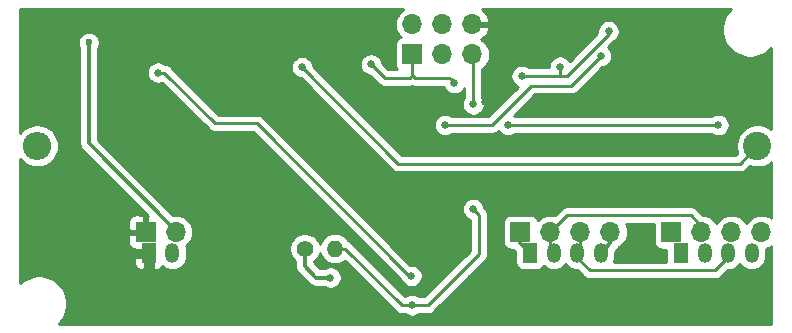
<source format=gbl>
G04 #@! TF.GenerationSoftware,KiCad,Pcbnew,(5.1.0)-1*
G04 #@! TF.CreationDate,2019-06-25T11:49:38+01:00*
G04 #@! TF.ProjectId,BMS_Cell_Module,424d535f-4365-46c6-9c5f-4d6f64756c65,3.0*
G04 #@! TF.SameCoordinates,Original*
G04 #@! TF.FileFunction,Copper,L2,Bot*
G04 #@! TF.FilePolarity,Positive*
%FSLAX46Y46*%
G04 Gerber Fmt 4.6, Leading zero omitted, Abs format (unit mm)*
G04 Created by KiCad (PCBNEW (5.1.0)-1) date 2019-06-25 11:49:38*
%MOMM*%
%LPD*%
G04 APERTURE LIST*
%ADD10O,2.400000X2.400000*%
%ADD11C,2.400000*%
%ADD12R,1.700000X1.700000*%
%ADD13O,1.700000X1.700000*%
%ADD14R,1.200000X1.700000*%
%ADD15O,1.200000X1.700000*%
%ADD16C,1.400000*%
%ADD17O,1.400000X1.400000*%
%ADD18C,0.650000*%
%ADD19C,0.600000*%
%ADD20C,0.350000*%
%ADD21C,0.250000*%
%ADD22C,0.254000*%
G04 APERTURE END LIST*
D10*
X110640000Y-83250000D03*
D11*
X171600000Y-83250000D03*
D12*
X164325000Y-90550000D03*
D13*
X166865000Y-90550000D03*
X169405000Y-90550000D03*
X171945000Y-90550000D03*
D14*
X152350000Y-92300000D03*
D15*
X154350000Y-92300000D03*
X156350000Y-92300000D03*
X158350000Y-92300000D03*
D14*
X165129762Y-92300000D03*
D15*
X167129762Y-92300000D03*
X169129762Y-92300000D03*
X171129762Y-92300000D03*
D12*
X142400000Y-75500000D03*
D13*
X142400000Y-72960000D03*
X144940000Y-75500000D03*
X144940000Y-72960000D03*
X147480000Y-75500000D03*
X147480000Y-72960000D03*
D16*
X133275000Y-91950000D03*
D17*
X135815000Y-91950000D03*
D14*
X120075000Y-92300000D03*
D15*
X122075000Y-92300000D03*
D13*
X159160000Y-90550000D03*
X156620000Y-90550000D03*
X154080000Y-90550000D03*
D12*
X151540000Y-90550000D03*
D13*
X122340000Y-90550000D03*
D12*
X119800000Y-90550000D03*
D18*
X117500000Y-79500000D03*
X117500000Y-83250000D03*
X117500000Y-87000000D03*
X122500000Y-79500000D03*
X122500000Y-87000000D03*
X122500000Y-83250000D03*
X127500000Y-79500000D03*
X127500000Y-83250000D03*
X127500000Y-87000000D03*
X132500000Y-83250000D03*
X132500000Y-79500000D03*
X137500000Y-79500000D03*
X137500000Y-83250000D03*
X137500000Y-87000000D03*
X143000000Y-83250000D03*
X143000000Y-87000000D03*
X143000000Y-79500000D03*
X148500000Y-83250000D03*
X148500000Y-87000000D03*
X148500000Y-79500000D03*
X153650000Y-83250000D03*
X153650000Y-87000000D03*
X153650000Y-79500000D03*
X159150000Y-83250000D03*
X159150000Y-87000000D03*
X159150000Y-79500000D03*
X164675000Y-83250000D03*
X164675000Y-87000000D03*
X132500000Y-87000000D03*
X128800000Y-96000000D03*
X134550000Y-98050000D03*
X160000000Y-92850000D03*
X147375000Y-94475000D03*
X164675000Y-79500000D03*
X148250000Y-97550000D03*
D19*
X169950000Y-78690000D03*
X170620000Y-77960000D03*
D18*
X127900000Y-91950000D03*
X139400000Y-96000000D03*
X152000000Y-73500000D03*
X150750000Y-73500000D03*
X153000000Y-73500000D03*
X135450000Y-94400000D03*
D19*
X115000000Y-74500000D03*
D18*
X120850000Y-77050000D03*
X142300000Y-94250000D03*
X138900000Y-76350000D03*
X145950000Y-77949994D03*
X145150000Y-81500000D03*
X158350000Y-75650000D03*
X150475000Y-81500000D03*
X168300000Y-81500000D03*
X133050000Y-76600000D03*
X159000000Y-73550000D03*
X151650000Y-77350000D03*
X154900000Y-76550000D03*
X142350000Y-96750000D03*
X147550000Y-79750000D03*
X147550000Y-88600000D03*
D20*
X133275000Y-93425000D02*
X133275000Y-91950000D01*
X135450000Y-94400000D02*
X134250000Y-94400000D01*
X134250000Y-94400000D02*
X133275000Y-93425000D01*
X122340000Y-92010000D02*
X122075000Y-92275000D01*
X122340000Y-90265000D02*
X122340000Y-90525000D01*
X115000000Y-74924264D02*
X115000000Y-74500000D01*
X115000000Y-83050000D02*
X115000000Y-74924264D01*
X122215000Y-90265000D02*
X115000000Y-83050000D01*
D21*
X142100000Y-94250000D02*
X142300000Y-94250000D01*
X129200000Y-81350000D02*
X142100000Y-94250000D01*
X125700000Y-81350000D02*
X129200000Y-81350000D01*
X120850000Y-77050000D02*
X121400000Y-77050000D01*
X121400000Y-77050000D02*
X125700000Y-81350000D01*
D20*
X151540000Y-91490000D02*
X152350000Y-92300000D01*
X151540000Y-90550000D02*
X151540000Y-91490000D01*
D21*
X154080000Y-92030000D02*
X154350000Y-92300000D01*
X154080000Y-90550000D02*
X154080000Y-92030000D01*
X166865000Y-90015000D02*
X166865000Y-90550000D01*
X165975000Y-89125000D02*
X166865000Y-90015000D01*
X154080000Y-90550000D02*
X155505000Y-89125000D01*
X155505000Y-89125000D02*
X165975000Y-89125000D01*
X156620000Y-92030000D02*
X156350000Y-92300000D01*
X156620000Y-90550000D02*
X156620000Y-92030000D01*
X156350000Y-92750000D02*
X156350000Y-92300000D01*
X157400000Y-93800000D02*
X156350000Y-92750000D01*
X168000000Y-93800000D02*
X157400000Y-93800000D01*
X169129762Y-92029762D02*
X169129762Y-92670238D01*
X169129762Y-92670238D02*
X168000000Y-93800000D01*
D20*
X159160000Y-91490000D02*
X158350000Y-92300000D01*
X159160000Y-90550000D02*
X159160000Y-91490000D01*
D21*
X145625001Y-77624995D02*
X145950000Y-77949994D01*
X145500006Y-77500000D02*
X145625001Y-77624995D01*
X142400000Y-77250000D02*
X142650000Y-77500000D01*
X142650000Y-77500000D02*
X145500006Y-77500000D01*
X140050000Y-77500000D02*
X138900000Y-76350000D01*
X142400000Y-77250000D02*
X142150000Y-77500000D01*
X142150000Y-77500000D02*
X140050000Y-77500000D01*
X142400000Y-75500000D02*
X142400000Y-77250000D01*
X149125000Y-81500000D02*
X145150000Y-81500000D01*
X152475000Y-78150000D02*
X149125000Y-81500000D01*
X158350000Y-75650000D02*
X155850000Y-78150000D01*
X155850000Y-78150000D02*
X152475000Y-78150000D01*
X150475000Y-81500000D02*
X168300000Y-81500000D01*
X170100000Y-84750000D02*
X171600000Y-83250000D01*
X133050000Y-76600000D02*
X141200000Y-84750000D01*
X141200000Y-84750000D02*
X170100000Y-84750000D01*
X158950000Y-73600000D02*
X159000000Y-73550000D01*
X154900000Y-76550000D02*
X154900000Y-77350000D01*
X155450000Y-77350000D02*
X154900000Y-77350000D01*
X159000000Y-73550000D02*
X159000000Y-73800000D01*
X159000000Y-73800000D02*
X155450000Y-77350000D01*
X154900000Y-77350000D02*
X151650000Y-77350000D01*
X136700000Y-91950000D02*
X135815000Y-91950000D01*
X142350000Y-96750000D02*
X141500000Y-96750000D01*
X141500000Y-96750000D02*
X136700000Y-91950000D01*
X143700000Y-96750000D02*
X142350000Y-96750000D01*
X148025000Y-92425000D02*
X143700000Y-96750000D01*
X147550000Y-88600000D02*
X148025000Y-89075000D01*
X148025000Y-89075000D02*
X148025000Y-92425000D01*
X147550000Y-75570000D02*
X147480000Y-75500000D01*
X147550000Y-79750000D02*
X147550000Y-75570000D01*
D22*
G36*
X141575453Y-71725978D02*
G01*
X141350550Y-71910550D01*
X141165978Y-72135453D01*
X141028828Y-72392042D01*
X140944371Y-72670457D01*
X140915854Y-72960000D01*
X140944371Y-73249543D01*
X141028828Y-73527958D01*
X141165978Y-73784547D01*
X141350550Y-74009450D01*
X141391332Y-74042919D01*
X141308897Y-74067925D01*
X141199972Y-74126147D01*
X141104499Y-74204499D01*
X141026147Y-74299972D01*
X140967925Y-74408897D01*
X140932073Y-74527087D01*
X140919967Y-74650000D01*
X140919967Y-76350000D01*
X140932073Y-76472913D01*
X140967925Y-76591103D01*
X141026147Y-76700028D01*
X141065516Y-76748000D01*
X140361488Y-76748000D01*
X139847599Y-76234111D01*
X139815415Y-76072312D01*
X139743651Y-75899059D01*
X139639466Y-75743136D01*
X139506864Y-75610534D01*
X139350941Y-75506349D01*
X139177688Y-75434585D01*
X138993764Y-75398000D01*
X138806236Y-75398000D01*
X138622312Y-75434585D01*
X138449059Y-75506349D01*
X138293136Y-75610534D01*
X138160534Y-75743136D01*
X138056349Y-75899059D01*
X137984585Y-76072312D01*
X137948000Y-76256236D01*
X137948000Y-76443764D01*
X137984585Y-76627688D01*
X138056349Y-76800941D01*
X138160534Y-76956864D01*
X138293136Y-77089466D01*
X138449059Y-77193651D01*
X138622312Y-77265415D01*
X138784111Y-77297599D01*
X139492133Y-78005621D01*
X139515683Y-78034317D01*
X139630190Y-78128290D01*
X139760830Y-78198118D01*
X139902582Y-78241119D01*
X140013062Y-78252000D01*
X140013064Y-78252000D01*
X140050000Y-78255638D01*
X140086935Y-78252000D01*
X142113065Y-78252000D01*
X142150000Y-78255638D01*
X142186935Y-78252000D01*
X142186938Y-78252000D01*
X142297418Y-78241119D01*
X142400000Y-78210000D01*
X142502582Y-78241119D01*
X142613062Y-78252000D01*
X142613064Y-78252000D01*
X142649999Y-78255638D01*
X142686935Y-78252000D01*
X145044658Y-78252000D01*
X145106349Y-78400935D01*
X145210534Y-78556858D01*
X145343136Y-78689460D01*
X145499059Y-78793645D01*
X145672312Y-78865409D01*
X145856236Y-78901994D01*
X146043764Y-78901994D01*
X146227688Y-78865409D01*
X146400941Y-78793645D01*
X146556864Y-78689460D01*
X146689466Y-78556858D01*
X146793651Y-78400935D01*
X146798000Y-78390435D01*
X146798000Y-79161894D01*
X146706349Y-79299059D01*
X146634585Y-79472312D01*
X146598000Y-79656236D01*
X146598000Y-79843764D01*
X146634585Y-80027688D01*
X146706349Y-80200941D01*
X146810534Y-80356864D01*
X146943136Y-80489466D01*
X147099059Y-80593651D01*
X147272312Y-80665415D01*
X147456236Y-80702000D01*
X147643764Y-80702000D01*
X147827688Y-80665415D01*
X148000941Y-80593651D01*
X148156864Y-80489466D01*
X148289466Y-80356864D01*
X148393651Y-80200941D01*
X148465415Y-80027688D01*
X148502000Y-79843764D01*
X148502000Y-79656236D01*
X148465415Y-79472312D01*
X148393651Y-79299059D01*
X148302000Y-79161894D01*
X148302000Y-76735383D01*
X148304547Y-76734022D01*
X148529450Y-76549450D01*
X148714022Y-76324547D01*
X148851172Y-76067958D01*
X148935629Y-75789543D01*
X148964146Y-75500000D01*
X148935629Y-75210457D01*
X148851172Y-74932042D01*
X148714022Y-74675453D01*
X148529450Y-74450550D01*
X148304547Y-74265978D01*
X148243423Y-74233307D01*
X148246920Y-74231641D01*
X148480269Y-74057588D01*
X148675178Y-73841355D01*
X148824157Y-73591252D01*
X148921481Y-73316891D01*
X148800814Y-73087000D01*
X147607000Y-73087000D01*
X147607000Y-73107000D01*
X147353000Y-73107000D01*
X147353000Y-73087000D01*
X147333000Y-73087000D01*
X147333000Y-72833000D01*
X147353000Y-72833000D01*
X147353000Y-72813000D01*
X147607000Y-72813000D01*
X147607000Y-72833000D01*
X148800814Y-72833000D01*
X148921481Y-72603109D01*
X148824157Y-72328748D01*
X148675178Y-72078645D01*
X148480269Y-71862412D01*
X148265208Y-71702000D01*
X169336415Y-71702000D01*
X169153664Y-71884751D01*
X168893530Y-72274068D01*
X168714347Y-72706655D01*
X168623000Y-73165886D01*
X168623000Y-73634114D01*
X168714347Y-74093345D01*
X168893530Y-74525932D01*
X169153664Y-74915249D01*
X169484751Y-75246336D01*
X169874068Y-75506470D01*
X170306655Y-75685653D01*
X170765886Y-75777000D01*
X171234114Y-75777000D01*
X171693345Y-75685653D01*
X172125932Y-75506470D01*
X172515249Y-75246336D01*
X172798001Y-74963584D01*
X172798001Y-81864232D01*
X172764645Y-81830876D01*
X172465409Y-81630934D01*
X172132916Y-81493211D01*
X171779944Y-81423000D01*
X171420056Y-81423000D01*
X171067084Y-81493211D01*
X170734591Y-81630934D01*
X170435355Y-81830876D01*
X170180876Y-82085355D01*
X169980934Y-82384591D01*
X169843211Y-82717084D01*
X169773000Y-83070056D01*
X169773000Y-83429944D01*
X169843211Y-83782916D01*
X169890187Y-83896325D01*
X169788512Y-83998000D01*
X141511488Y-83998000D01*
X138919724Y-81406236D01*
X144198000Y-81406236D01*
X144198000Y-81593764D01*
X144234585Y-81777688D01*
X144306349Y-81950941D01*
X144410534Y-82106864D01*
X144543136Y-82239466D01*
X144699059Y-82343651D01*
X144872312Y-82415415D01*
X145056236Y-82452000D01*
X145243764Y-82452000D01*
X145427688Y-82415415D01*
X145600941Y-82343651D01*
X145738106Y-82252000D01*
X149088065Y-82252000D01*
X149125000Y-82255638D01*
X149161935Y-82252000D01*
X149161938Y-82252000D01*
X149272418Y-82241119D01*
X149414170Y-82198118D01*
X149544810Y-82128290D01*
X149659317Y-82034317D01*
X149674609Y-82015684D01*
X149735534Y-82106864D01*
X149868136Y-82239466D01*
X150024059Y-82343651D01*
X150197312Y-82415415D01*
X150381236Y-82452000D01*
X150568764Y-82452000D01*
X150752688Y-82415415D01*
X150925941Y-82343651D01*
X151063106Y-82252000D01*
X167711894Y-82252000D01*
X167849059Y-82343651D01*
X168022312Y-82415415D01*
X168206236Y-82452000D01*
X168393764Y-82452000D01*
X168577688Y-82415415D01*
X168750941Y-82343651D01*
X168906864Y-82239466D01*
X169039466Y-82106864D01*
X169143651Y-81950941D01*
X169215415Y-81777688D01*
X169252000Y-81593764D01*
X169252000Y-81406236D01*
X169215415Y-81222312D01*
X169143651Y-81049059D01*
X169039466Y-80893136D01*
X168906864Y-80760534D01*
X168750941Y-80656349D01*
X168577688Y-80584585D01*
X168393764Y-80548000D01*
X168206236Y-80548000D01*
X168022312Y-80584585D01*
X167849059Y-80656349D01*
X167711894Y-80748000D01*
X151063106Y-80748000D01*
X150989602Y-80698886D01*
X152786489Y-78902000D01*
X155813065Y-78902000D01*
X155850000Y-78905638D01*
X155886935Y-78902000D01*
X155886938Y-78902000D01*
X155997418Y-78891119D01*
X156139170Y-78848118D01*
X156269810Y-78778290D01*
X156384317Y-78684317D01*
X156407867Y-78655621D01*
X158465890Y-76597599D01*
X158627688Y-76565415D01*
X158800941Y-76493651D01*
X158956864Y-76389466D01*
X159089466Y-76256864D01*
X159193651Y-76100941D01*
X159265415Y-75927688D01*
X159302000Y-75743764D01*
X159302000Y-75556236D01*
X159265415Y-75372312D01*
X159193651Y-75199059D01*
X159089466Y-75043136D01*
X158956864Y-74910534D01*
X158954521Y-74908968D01*
X159505626Y-74357863D01*
X159510554Y-74353818D01*
X159606864Y-74289466D01*
X159739466Y-74156864D01*
X159843651Y-74000941D01*
X159915415Y-73827688D01*
X159952000Y-73643764D01*
X159952000Y-73456236D01*
X159915415Y-73272312D01*
X159843651Y-73099059D01*
X159739466Y-72943136D01*
X159606864Y-72810534D01*
X159450941Y-72706349D01*
X159277688Y-72634585D01*
X159093764Y-72598000D01*
X158906236Y-72598000D01*
X158722312Y-72634585D01*
X158549059Y-72706349D01*
X158393136Y-72810534D01*
X158260534Y-72943136D01*
X158156349Y-73099059D01*
X158084585Y-73272312D01*
X158048000Y-73456236D01*
X158048000Y-73643764D01*
X158055424Y-73681087D01*
X155701114Y-76035398D01*
X155639466Y-75943136D01*
X155506864Y-75810534D01*
X155350941Y-75706349D01*
X155177688Y-75634585D01*
X154993764Y-75598000D01*
X154806236Y-75598000D01*
X154622312Y-75634585D01*
X154449059Y-75706349D01*
X154293136Y-75810534D01*
X154160534Y-75943136D01*
X154056349Y-76099059D01*
X153984585Y-76272312D01*
X153948000Y-76456236D01*
X153948000Y-76598000D01*
X152238106Y-76598000D01*
X152100941Y-76506349D01*
X151927688Y-76434585D01*
X151743764Y-76398000D01*
X151556236Y-76398000D01*
X151372312Y-76434585D01*
X151199059Y-76506349D01*
X151043136Y-76610534D01*
X150910534Y-76743136D01*
X150806349Y-76899059D01*
X150734585Y-77072312D01*
X150698000Y-77256236D01*
X150698000Y-77443764D01*
X150734585Y-77627688D01*
X150806349Y-77800941D01*
X150910534Y-77956864D01*
X151043136Y-78089466D01*
X151199059Y-78193651D01*
X151318419Y-78243092D01*
X148813512Y-80748000D01*
X145738106Y-80748000D01*
X145600941Y-80656349D01*
X145427688Y-80584585D01*
X145243764Y-80548000D01*
X145056236Y-80548000D01*
X144872312Y-80584585D01*
X144699059Y-80656349D01*
X144543136Y-80760534D01*
X144410534Y-80893136D01*
X144306349Y-81049059D01*
X144234585Y-81222312D01*
X144198000Y-81406236D01*
X138919724Y-81406236D01*
X133997599Y-76484111D01*
X133965415Y-76322312D01*
X133893651Y-76149059D01*
X133789466Y-75993136D01*
X133656864Y-75860534D01*
X133500941Y-75756349D01*
X133327688Y-75684585D01*
X133143764Y-75648000D01*
X132956236Y-75648000D01*
X132772312Y-75684585D01*
X132599059Y-75756349D01*
X132443136Y-75860534D01*
X132310534Y-75993136D01*
X132206349Y-76149059D01*
X132134585Y-76322312D01*
X132098000Y-76506236D01*
X132098000Y-76693764D01*
X132134585Y-76877688D01*
X132206349Y-77050941D01*
X132310534Y-77206864D01*
X132443136Y-77339466D01*
X132599059Y-77443651D01*
X132772312Y-77515415D01*
X132934111Y-77547599D01*
X140642133Y-85255621D01*
X140665683Y-85284317D01*
X140780190Y-85378290D01*
X140910830Y-85448118D01*
X141052582Y-85491119D01*
X141163062Y-85502000D01*
X141163064Y-85502000D01*
X141200000Y-85505638D01*
X141236935Y-85502000D01*
X170063065Y-85502000D01*
X170100000Y-85505638D01*
X170136935Y-85502000D01*
X170136938Y-85502000D01*
X170247418Y-85491119D01*
X170389170Y-85448118D01*
X170519810Y-85378290D01*
X170634317Y-85284317D01*
X170657867Y-85255621D01*
X170953675Y-84959813D01*
X171067084Y-85006789D01*
X171420056Y-85077000D01*
X171779944Y-85077000D01*
X172132916Y-85006789D01*
X172465409Y-84869066D01*
X172764645Y-84669124D01*
X172798001Y-84635768D01*
X172798000Y-89339329D01*
X172769547Y-89315978D01*
X172512958Y-89178828D01*
X172234543Y-89094371D01*
X172017556Y-89073000D01*
X171872444Y-89073000D01*
X171655457Y-89094371D01*
X171377042Y-89178828D01*
X171120453Y-89315978D01*
X170895550Y-89500550D01*
X170710978Y-89725453D01*
X170675000Y-89792763D01*
X170639022Y-89725453D01*
X170454450Y-89500550D01*
X170229547Y-89315978D01*
X169972958Y-89178828D01*
X169694543Y-89094371D01*
X169477556Y-89073000D01*
X169332444Y-89073000D01*
X169115457Y-89094371D01*
X168837042Y-89178828D01*
X168580453Y-89315978D01*
X168355550Y-89500550D01*
X168170978Y-89725453D01*
X168135000Y-89792763D01*
X168099022Y-89725453D01*
X167914450Y-89500550D01*
X167689547Y-89315978D01*
X167432958Y-89178828D01*
X167154543Y-89094371D01*
X166991834Y-89078346D01*
X166532867Y-88619379D01*
X166509317Y-88590683D01*
X166394810Y-88496710D01*
X166264170Y-88426882D01*
X166122418Y-88383881D01*
X166011938Y-88373000D01*
X166011935Y-88373000D01*
X165975000Y-88369362D01*
X165938065Y-88373000D01*
X155541935Y-88373000D01*
X155504999Y-88369362D01*
X155468064Y-88373000D01*
X155468062Y-88373000D01*
X155357582Y-88383881D01*
X155215830Y-88426882D01*
X155155017Y-88459387D01*
X155085189Y-88496710D01*
X155073582Y-88506236D01*
X154970683Y-88590683D01*
X154947137Y-88619374D01*
X154448261Y-89118250D01*
X154369543Y-89094371D01*
X154152556Y-89073000D01*
X154007444Y-89073000D01*
X153790457Y-89094371D01*
X153512042Y-89178828D01*
X153255453Y-89315978D01*
X153030550Y-89500550D01*
X152997081Y-89541332D01*
X152972075Y-89458897D01*
X152913853Y-89349972D01*
X152835501Y-89254499D01*
X152740028Y-89176147D01*
X152631103Y-89117925D01*
X152512913Y-89082073D01*
X152390000Y-89069967D01*
X150690000Y-89069967D01*
X150567087Y-89082073D01*
X150448897Y-89117925D01*
X150339972Y-89176147D01*
X150244499Y-89254499D01*
X150166147Y-89349972D01*
X150107925Y-89458897D01*
X150072073Y-89577087D01*
X150059967Y-89700000D01*
X150059967Y-91400000D01*
X150072073Y-91522913D01*
X150107925Y-91641103D01*
X150166147Y-91750028D01*
X150244499Y-91845501D01*
X150339972Y-91923853D01*
X150448897Y-91982075D01*
X150567087Y-92017927D01*
X150690000Y-92030033D01*
X150945693Y-92030033D01*
X150970158Y-92059843D01*
X151000757Y-92084955D01*
X151119967Y-92204165D01*
X151119967Y-93150000D01*
X151132073Y-93272913D01*
X151167925Y-93391103D01*
X151226147Y-93500028D01*
X151304499Y-93595501D01*
X151399972Y-93673853D01*
X151508897Y-93732075D01*
X151627087Y-93767927D01*
X151750000Y-93780033D01*
X152950000Y-93780033D01*
X153072913Y-93767927D01*
X153191103Y-93732075D01*
X153300028Y-93673853D01*
X153395501Y-93595501D01*
X153473853Y-93500028D01*
X153504232Y-93443194D01*
X153665018Y-93575149D01*
X153878177Y-93689084D01*
X154109467Y-93759245D01*
X154350000Y-93782936D01*
X154590534Y-93759245D01*
X154821824Y-93689084D01*
X155034983Y-93575149D01*
X155221817Y-93421817D01*
X155350001Y-93265626D01*
X155478184Y-93421817D01*
X155665018Y-93575149D01*
X155878177Y-93689084D01*
X156109467Y-93759245D01*
X156316110Y-93779598D01*
X156842137Y-94305626D01*
X156865683Y-94334317D01*
X156894374Y-94357863D01*
X156980189Y-94428290D01*
X157050017Y-94465613D01*
X157110830Y-94498118D01*
X157252582Y-94541119D01*
X157363062Y-94552000D01*
X157363064Y-94552000D01*
X157399999Y-94555638D01*
X157436935Y-94552000D01*
X167963065Y-94552000D01*
X168000000Y-94555638D01*
X168036935Y-94552000D01*
X168036938Y-94552000D01*
X168147418Y-94541119D01*
X168289170Y-94498118D01*
X168419810Y-94428290D01*
X168534317Y-94334317D01*
X168557867Y-94305621D01*
X169084965Y-93778524D01*
X169129762Y-93782936D01*
X169370296Y-93759245D01*
X169601586Y-93689084D01*
X169814745Y-93575149D01*
X170001579Y-93421817D01*
X170129763Y-93265626D01*
X170257946Y-93421817D01*
X170444780Y-93575149D01*
X170657939Y-93689084D01*
X170889229Y-93759245D01*
X171129762Y-93782936D01*
X171370296Y-93759245D01*
X171601586Y-93689084D01*
X171814745Y-93575149D01*
X172001579Y-93421817D01*
X172154911Y-93234983D01*
X172268846Y-93021823D01*
X172339007Y-92790533D01*
X172356762Y-92610267D01*
X172356762Y-91989732D01*
X172354737Y-91969168D01*
X172512958Y-91921172D01*
X172769547Y-91784022D01*
X172798000Y-91760671D01*
X172798000Y-98298000D01*
X112463585Y-98298000D01*
X112646336Y-98115249D01*
X112906470Y-97725932D01*
X113085653Y-97293345D01*
X113177000Y-96834114D01*
X113177000Y-96365886D01*
X113085653Y-95906655D01*
X112906470Y-95474068D01*
X112646336Y-95084751D01*
X112315249Y-94753664D01*
X111925932Y-94493530D01*
X111493345Y-94314347D01*
X111034114Y-94223000D01*
X110565886Y-94223000D01*
X110106655Y-94314347D01*
X109674068Y-94493530D01*
X109284751Y-94753664D01*
X109202000Y-94836415D01*
X109202000Y-93150000D01*
X118836928Y-93150000D01*
X118849188Y-93274482D01*
X118885498Y-93394180D01*
X118944463Y-93504494D01*
X119023815Y-93601185D01*
X119120506Y-93680537D01*
X119230820Y-93739502D01*
X119350518Y-93775812D01*
X119475000Y-93788072D01*
X119593250Y-93785000D01*
X119752000Y-93626250D01*
X119752000Y-92623000D01*
X118998750Y-92623000D01*
X118840000Y-92781750D01*
X118836928Y-93150000D01*
X109202000Y-93150000D01*
X109202000Y-89700000D01*
X118311928Y-89700000D01*
X118315000Y-90264250D01*
X118473750Y-90423000D01*
X119673000Y-90423000D01*
X119673000Y-89223750D01*
X119514250Y-89065000D01*
X118950000Y-89061928D01*
X118825518Y-89074188D01*
X118705820Y-89110498D01*
X118595506Y-89169463D01*
X118498815Y-89248815D01*
X118419463Y-89345506D01*
X118360498Y-89455820D01*
X118324188Y-89575518D01*
X118311928Y-89700000D01*
X109202000Y-89700000D01*
X109202000Y-84377709D01*
X109341865Y-84548135D01*
X109620062Y-84776445D01*
X109937454Y-84946095D01*
X110281845Y-85050565D01*
X110550245Y-85077000D01*
X110729755Y-85077000D01*
X110998155Y-85050565D01*
X111342546Y-84946095D01*
X111659938Y-84776445D01*
X111938135Y-84548135D01*
X112166445Y-84269938D01*
X112336095Y-83952546D01*
X112440565Y-83608155D01*
X112475840Y-83250000D01*
X112440565Y-82891845D01*
X112336095Y-82547454D01*
X112166445Y-82230062D01*
X111938135Y-81951865D01*
X111659938Y-81723555D01*
X111342546Y-81553905D01*
X110998155Y-81449435D01*
X110729755Y-81423000D01*
X110550245Y-81423000D01*
X110281845Y-81449435D01*
X109937454Y-81553905D01*
X109620062Y-81723555D01*
X109341865Y-81951865D01*
X109202000Y-82122291D01*
X109202000Y-74408699D01*
X114073000Y-74408699D01*
X114073000Y-74591301D01*
X114108624Y-74770396D01*
X114178504Y-74939099D01*
X114198001Y-74968279D01*
X114198000Y-83010614D01*
X114194121Y-83050000D01*
X114198000Y-83089386D01*
X114198000Y-83089393D01*
X114208158Y-83192528D01*
X114209605Y-83207219D01*
X114222583Y-83250001D01*
X114255464Y-83358396D01*
X114329935Y-83497722D01*
X114430157Y-83619843D01*
X114460762Y-83644960D01*
X119983276Y-89167474D01*
X119927000Y-89223750D01*
X119927000Y-90423000D01*
X119947000Y-90423000D01*
X119947000Y-90677000D01*
X119927000Y-90677000D01*
X119927000Y-90815000D01*
X119751998Y-90815000D01*
X119751998Y-90973748D01*
X119673000Y-90894750D01*
X119673000Y-90677000D01*
X118473750Y-90677000D01*
X118315000Y-90835750D01*
X118311928Y-91400000D01*
X118324188Y-91524482D01*
X118360498Y-91644180D01*
X118419463Y-91754494D01*
X118498815Y-91851185D01*
X118595506Y-91930537D01*
X118705820Y-91989502D01*
X118825518Y-92025812D01*
X118950000Y-92038072D01*
X119514250Y-92035000D01*
X119572250Y-91977000D01*
X119752000Y-91977000D01*
X119752000Y-91957000D01*
X120007750Y-91957000D01*
X120085750Y-92035000D01*
X120418000Y-92036809D01*
X120418000Y-92623000D01*
X120398000Y-92623000D01*
X120398000Y-93626250D01*
X120556750Y-93785000D01*
X120675000Y-93788072D01*
X120799482Y-93775812D01*
X120919180Y-93739502D01*
X121029494Y-93680537D01*
X121126185Y-93601185D01*
X121205537Y-93504494D01*
X121235537Y-93448369D01*
X121390018Y-93575149D01*
X121603177Y-93689084D01*
X121834467Y-93759245D01*
X122075000Y-93782936D01*
X122315534Y-93759245D01*
X122546824Y-93689084D01*
X122759983Y-93575149D01*
X122946817Y-93421817D01*
X123100149Y-93234983D01*
X123214084Y-93021823D01*
X123284245Y-92790533D01*
X123302000Y-92610267D01*
X123302000Y-91989732D01*
X123285214Y-91819302D01*
X131948000Y-91819302D01*
X131948000Y-92080698D01*
X131998996Y-92337072D01*
X132099028Y-92578570D01*
X132244252Y-92795913D01*
X132429087Y-92980748D01*
X132473000Y-93010090D01*
X132473000Y-93385614D01*
X132469121Y-93425000D01*
X132473000Y-93464386D01*
X132473000Y-93464393D01*
X132477382Y-93508881D01*
X132484605Y-93582219D01*
X132517022Y-93689084D01*
X132530464Y-93733396D01*
X132604935Y-93872722D01*
X132705157Y-93994843D01*
X132735762Y-94019960D01*
X133655048Y-94939248D01*
X133680157Y-94969843D01*
X133710751Y-94994951D01*
X133710755Y-94994955D01*
X133783472Y-95054632D01*
X133802277Y-95070065D01*
X133941603Y-95144536D01*
X134046921Y-95176484D01*
X134092780Y-95190395D01*
X134107471Y-95191842D01*
X134210606Y-95202000D01*
X134210613Y-95202000D01*
X134249999Y-95205879D01*
X134289385Y-95202000D01*
X134936724Y-95202000D01*
X134999059Y-95243651D01*
X135172312Y-95315415D01*
X135356236Y-95352000D01*
X135543764Y-95352000D01*
X135727688Y-95315415D01*
X135900941Y-95243651D01*
X136056864Y-95139466D01*
X136189466Y-95006864D01*
X136293651Y-94850941D01*
X136365415Y-94677688D01*
X136402000Y-94493764D01*
X136402000Y-94306236D01*
X136365415Y-94122312D01*
X136293651Y-93949059D01*
X136189466Y-93793136D01*
X136056864Y-93660534D01*
X135900941Y-93556349D01*
X135727688Y-93484585D01*
X135543764Y-93448000D01*
X135356236Y-93448000D01*
X135172312Y-93484585D01*
X134999059Y-93556349D01*
X134936724Y-93598000D01*
X134582199Y-93598000D01*
X134077000Y-93092801D01*
X134077000Y-93010090D01*
X134120913Y-92980748D01*
X134305748Y-92795913D01*
X134450972Y-92578570D01*
X134547946Y-92344454D01*
X134583081Y-92460278D01*
X134706302Y-92690808D01*
X134872130Y-92892870D01*
X135074192Y-93058698D01*
X135304722Y-93181919D01*
X135554863Y-93257799D01*
X135749816Y-93277000D01*
X135880184Y-93277000D01*
X136075137Y-93257799D01*
X136325278Y-93181919D01*
X136555808Y-93058698D01*
X136659836Y-92973324D01*
X140942137Y-97255626D01*
X140965683Y-97284317D01*
X140994374Y-97307863D01*
X141080189Y-97378290D01*
X141125695Y-97402612D01*
X141210830Y-97448118D01*
X141352582Y-97491119D01*
X141463062Y-97502000D01*
X141463064Y-97502000D01*
X141499999Y-97505638D01*
X141536935Y-97502000D01*
X141761894Y-97502000D01*
X141899059Y-97593651D01*
X142072312Y-97665415D01*
X142256236Y-97702000D01*
X142443764Y-97702000D01*
X142627688Y-97665415D01*
X142800941Y-97593651D01*
X142938106Y-97502000D01*
X143663065Y-97502000D01*
X143700000Y-97505638D01*
X143736935Y-97502000D01*
X143736938Y-97502000D01*
X143847418Y-97491119D01*
X143989170Y-97448118D01*
X144119810Y-97378290D01*
X144234317Y-97284317D01*
X144257867Y-97255621D01*
X148530621Y-92982867D01*
X148559317Y-92959317D01*
X148653290Y-92844810D01*
X148723118Y-92714170D01*
X148766119Y-92572418D01*
X148777000Y-92461938D01*
X148777000Y-92461936D01*
X148780638Y-92425000D01*
X148777000Y-92388065D01*
X148777000Y-89111935D01*
X148780638Y-89074999D01*
X148775202Y-89019810D01*
X148766119Y-88927582D01*
X148723118Y-88785830D01*
X148680016Y-88705191D01*
X148653290Y-88655189D01*
X148607997Y-88600000D01*
X148559317Y-88540683D01*
X148530622Y-88517134D01*
X148497599Y-88484111D01*
X148465415Y-88322312D01*
X148393651Y-88149059D01*
X148289466Y-87993136D01*
X148156864Y-87860534D01*
X148000941Y-87756349D01*
X147827688Y-87684585D01*
X147643764Y-87648000D01*
X147456236Y-87648000D01*
X147272312Y-87684585D01*
X147099059Y-87756349D01*
X146943136Y-87860534D01*
X146810534Y-87993136D01*
X146706349Y-88149059D01*
X146634585Y-88322312D01*
X146598000Y-88506236D01*
X146598000Y-88693764D01*
X146634585Y-88877688D01*
X146706349Y-89050941D01*
X146810534Y-89206864D01*
X146943136Y-89339466D01*
X147099059Y-89443651D01*
X147272312Y-89515415D01*
X147273000Y-89515552D01*
X147273001Y-92113511D01*
X143388512Y-95998000D01*
X142938106Y-95998000D01*
X142800941Y-95906349D01*
X142627688Y-95834585D01*
X142443764Y-95798000D01*
X142256236Y-95798000D01*
X142072312Y-95834585D01*
X141899059Y-95906349D01*
X141791624Y-95978135D01*
X137257867Y-91444379D01*
X137234317Y-91415683D01*
X137119810Y-91321710D01*
X136989170Y-91251882D01*
X136938262Y-91236439D01*
X136923698Y-91209192D01*
X136757870Y-91007130D01*
X136555808Y-90841302D01*
X136325278Y-90718081D01*
X136075137Y-90642201D01*
X135880184Y-90623000D01*
X135749816Y-90623000D01*
X135554863Y-90642201D01*
X135304722Y-90718081D01*
X135074192Y-90841302D01*
X134872130Y-91007130D01*
X134706302Y-91209192D01*
X134583081Y-91439722D01*
X134547946Y-91555546D01*
X134450972Y-91321430D01*
X134305748Y-91104087D01*
X134120913Y-90919252D01*
X133903570Y-90774028D01*
X133662072Y-90673996D01*
X133405698Y-90623000D01*
X133144302Y-90623000D01*
X132887928Y-90673996D01*
X132646430Y-90774028D01*
X132429087Y-90919252D01*
X132244252Y-91104087D01*
X132099028Y-91321430D01*
X131998996Y-91562928D01*
X131948000Y-91819302D01*
X123285214Y-91819302D01*
X123284245Y-91809466D01*
X123254206Y-91710441D01*
X123389450Y-91599450D01*
X123574022Y-91374547D01*
X123711172Y-91117958D01*
X123795629Y-90839543D01*
X123824146Y-90550000D01*
X123795629Y-90260457D01*
X123711172Y-89982042D01*
X123574022Y-89725453D01*
X123389450Y-89500550D01*
X123164547Y-89315978D01*
X122907958Y-89178828D01*
X122629543Y-89094371D01*
X122412556Y-89073000D01*
X122267444Y-89073000D01*
X122167083Y-89082884D01*
X115802000Y-82717802D01*
X115802000Y-76956236D01*
X119898000Y-76956236D01*
X119898000Y-77143764D01*
X119934585Y-77327688D01*
X120006349Y-77500941D01*
X120110534Y-77656864D01*
X120243136Y-77789466D01*
X120399059Y-77893651D01*
X120572312Y-77965415D01*
X120756236Y-78002000D01*
X120943764Y-78002000D01*
X121127688Y-77965415D01*
X121215538Y-77929026D01*
X125142136Y-81855625D01*
X125165683Y-81884317D01*
X125194374Y-81907863D01*
X125280189Y-81978290D01*
X125350017Y-82015613D01*
X125410830Y-82048118D01*
X125552582Y-82091119D01*
X125663062Y-82102000D01*
X125663064Y-82102000D01*
X125699999Y-82105638D01*
X125736935Y-82102000D01*
X128888512Y-82102000D01*
X141434356Y-94647845D01*
X141456349Y-94700941D01*
X141560534Y-94856864D01*
X141693136Y-94989466D01*
X141849059Y-95093651D01*
X142022312Y-95165415D01*
X142206236Y-95202000D01*
X142393764Y-95202000D01*
X142577688Y-95165415D01*
X142750941Y-95093651D01*
X142906864Y-94989466D01*
X143039466Y-94856864D01*
X143143651Y-94700941D01*
X143215415Y-94527688D01*
X143252000Y-94343764D01*
X143252000Y-94156236D01*
X143215415Y-93972312D01*
X143143651Y-93799059D01*
X143039466Y-93643136D01*
X142906864Y-93510534D01*
X142750941Y-93406349D01*
X142577688Y-93334585D01*
X142393764Y-93298000D01*
X142211489Y-93298000D01*
X129757867Y-80844379D01*
X129734317Y-80815683D01*
X129619810Y-80721710D01*
X129489170Y-80651882D01*
X129347418Y-80608881D01*
X129236938Y-80598000D01*
X129236935Y-80598000D01*
X129200000Y-80594362D01*
X129163065Y-80598000D01*
X126011489Y-80598000D01*
X121957867Y-76544379D01*
X121934317Y-76515683D01*
X121819810Y-76421710D01*
X121689170Y-76351882D01*
X121547418Y-76308881D01*
X121438308Y-76298135D01*
X121300941Y-76206349D01*
X121127688Y-76134585D01*
X120943764Y-76098000D01*
X120756236Y-76098000D01*
X120572312Y-76134585D01*
X120399059Y-76206349D01*
X120243136Y-76310534D01*
X120110534Y-76443136D01*
X120006349Y-76599059D01*
X119934585Y-76772312D01*
X119898000Y-76956236D01*
X115802000Y-76956236D01*
X115802000Y-74968277D01*
X115821496Y-74939099D01*
X115891376Y-74770396D01*
X115927000Y-74591301D01*
X115927000Y-74408699D01*
X115891376Y-74229604D01*
X115821496Y-74060901D01*
X115720048Y-73909072D01*
X115590928Y-73779952D01*
X115439099Y-73678504D01*
X115270396Y-73608624D01*
X115091301Y-73573000D01*
X114908699Y-73573000D01*
X114729604Y-73608624D01*
X114560901Y-73678504D01*
X114409072Y-73779952D01*
X114279952Y-73909072D01*
X114178504Y-74060901D01*
X114108624Y-74229604D01*
X114073000Y-74408699D01*
X109202000Y-74408699D01*
X109202000Y-71702000D01*
X141620313Y-71702000D01*
X141575453Y-71725978D01*
X141575453Y-71725978D01*
G37*
X141575453Y-71725978D02*
X141350550Y-71910550D01*
X141165978Y-72135453D01*
X141028828Y-72392042D01*
X140944371Y-72670457D01*
X140915854Y-72960000D01*
X140944371Y-73249543D01*
X141028828Y-73527958D01*
X141165978Y-73784547D01*
X141350550Y-74009450D01*
X141391332Y-74042919D01*
X141308897Y-74067925D01*
X141199972Y-74126147D01*
X141104499Y-74204499D01*
X141026147Y-74299972D01*
X140967925Y-74408897D01*
X140932073Y-74527087D01*
X140919967Y-74650000D01*
X140919967Y-76350000D01*
X140932073Y-76472913D01*
X140967925Y-76591103D01*
X141026147Y-76700028D01*
X141065516Y-76748000D01*
X140361488Y-76748000D01*
X139847599Y-76234111D01*
X139815415Y-76072312D01*
X139743651Y-75899059D01*
X139639466Y-75743136D01*
X139506864Y-75610534D01*
X139350941Y-75506349D01*
X139177688Y-75434585D01*
X138993764Y-75398000D01*
X138806236Y-75398000D01*
X138622312Y-75434585D01*
X138449059Y-75506349D01*
X138293136Y-75610534D01*
X138160534Y-75743136D01*
X138056349Y-75899059D01*
X137984585Y-76072312D01*
X137948000Y-76256236D01*
X137948000Y-76443764D01*
X137984585Y-76627688D01*
X138056349Y-76800941D01*
X138160534Y-76956864D01*
X138293136Y-77089466D01*
X138449059Y-77193651D01*
X138622312Y-77265415D01*
X138784111Y-77297599D01*
X139492133Y-78005621D01*
X139515683Y-78034317D01*
X139630190Y-78128290D01*
X139760830Y-78198118D01*
X139902582Y-78241119D01*
X140013062Y-78252000D01*
X140013064Y-78252000D01*
X140050000Y-78255638D01*
X140086935Y-78252000D01*
X142113065Y-78252000D01*
X142150000Y-78255638D01*
X142186935Y-78252000D01*
X142186938Y-78252000D01*
X142297418Y-78241119D01*
X142400000Y-78210000D01*
X142502582Y-78241119D01*
X142613062Y-78252000D01*
X142613064Y-78252000D01*
X142649999Y-78255638D01*
X142686935Y-78252000D01*
X145044658Y-78252000D01*
X145106349Y-78400935D01*
X145210534Y-78556858D01*
X145343136Y-78689460D01*
X145499059Y-78793645D01*
X145672312Y-78865409D01*
X145856236Y-78901994D01*
X146043764Y-78901994D01*
X146227688Y-78865409D01*
X146400941Y-78793645D01*
X146556864Y-78689460D01*
X146689466Y-78556858D01*
X146793651Y-78400935D01*
X146798000Y-78390435D01*
X146798000Y-79161894D01*
X146706349Y-79299059D01*
X146634585Y-79472312D01*
X146598000Y-79656236D01*
X146598000Y-79843764D01*
X146634585Y-80027688D01*
X146706349Y-80200941D01*
X146810534Y-80356864D01*
X146943136Y-80489466D01*
X147099059Y-80593651D01*
X147272312Y-80665415D01*
X147456236Y-80702000D01*
X147643764Y-80702000D01*
X147827688Y-80665415D01*
X148000941Y-80593651D01*
X148156864Y-80489466D01*
X148289466Y-80356864D01*
X148393651Y-80200941D01*
X148465415Y-80027688D01*
X148502000Y-79843764D01*
X148502000Y-79656236D01*
X148465415Y-79472312D01*
X148393651Y-79299059D01*
X148302000Y-79161894D01*
X148302000Y-76735383D01*
X148304547Y-76734022D01*
X148529450Y-76549450D01*
X148714022Y-76324547D01*
X148851172Y-76067958D01*
X148935629Y-75789543D01*
X148964146Y-75500000D01*
X148935629Y-75210457D01*
X148851172Y-74932042D01*
X148714022Y-74675453D01*
X148529450Y-74450550D01*
X148304547Y-74265978D01*
X148243423Y-74233307D01*
X148246920Y-74231641D01*
X148480269Y-74057588D01*
X148675178Y-73841355D01*
X148824157Y-73591252D01*
X148921481Y-73316891D01*
X148800814Y-73087000D01*
X147607000Y-73087000D01*
X147607000Y-73107000D01*
X147353000Y-73107000D01*
X147353000Y-73087000D01*
X147333000Y-73087000D01*
X147333000Y-72833000D01*
X147353000Y-72833000D01*
X147353000Y-72813000D01*
X147607000Y-72813000D01*
X147607000Y-72833000D01*
X148800814Y-72833000D01*
X148921481Y-72603109D01*
X148824157Y-72328748D01*
X148675178Y-72078645D01*
X148480269Y-71862412D01*
X148265208Y-71702000D01*
X169336415Y-71702000D01*
X169153664Y-71884751D01*
X168893530Y-72274068D01*
X168714347Y-72706655D01*
X168623000Y-73165886D01*
X168623000Y-73634114D01*
X168714347Y-74093345D01*
X168893530Y-74525932D01*
X169153664Y-74915249D01*
X169484751Y-75246336D01*
X169874068Y-75506470D01*
X170306655Y-75685653D01*
X170765886Y-75777000D01*
X171234114Y-75777000D01*
X171693345Y-75685653D01*
X172125932Y-75506470D01*
X172515249Y-75246336D01*
X172798001Y-74963584D01*
X172798001Y-81864232D01*
X172764645Y-81830876D01*
X172465409Y-81630934D01*
X172132916Y-81493211D01*
X171779944Y-81423000D01*
X171420056Y-81423000D01*
X171067084Y-81493211D01*
X170734591Y-81630934D01*
X170435355Y-81830876D01*
X170180876Y-82085355D01*
X169980934Y-82384591D01*
X169843211Y-82717084D01*
X169773000Y-83070056D01*
X169773000Y-83429944D01*
X169843211Y-83782916D01*
X169890187Y-83896325D01*
X169788512Y-83998000D01*
X141511488Y-83998000D01*
X138919724Y-81406236D01*
X144198000Y-81406236D01*
X144198000Y-81593764D01*
X144234585Y-81777688D01*
X144306349Y-81950941D01*
X144410534Y-82106864D01*
X144543136Y-82239466D01*
X144699059Y-82343651D01*
X144872312Y-82415415D01*
X145056236Y-82452000D01*
X145243764Y-82452000D01*
X145427688Y-82415415D01*
X145600941Y-82343651D01*
X145738106Y-82252000D01*
X149088065Y-82252000D01*
X149125000Y-82255638D01*
X149161935Y-82252000D01*
X149161938Y-82252000D01*
X149272418Y-82241119D01*
X149414170Y-82198118D01*
X149544810Y-82128290D01*
X149659317Y-82034317D01*
X149674609Y-82015684D01*
X149735534Y-82106864D01*
X149868136Y-82239466D01*
X150024059Y-82343651D01*
X150197312Y-82415415D01*
X150381236Y-82452000D01*
X150568764Y-82452000D01*
X150752688Y-82415415D01*
X150925941Y-82343651D01*
X151063106Y-82252000D01*
X167711894Y-82252000D01*
X167849059Y-82343651D01*
X168022312Y-82415415D01*
X168206236Y-82452000D01*
X168393764Y-82452000D01*
X168577688Y-82415415D01*
X168750941Y-82343651D01*
X168906864Y-82239466D01*
X169039466Y-82106864D01*
X169143651Y-81950941D01*
X169215415Y-81777688D01*
X169252000Y-81593764D01*
X169252000Y-81406236D01*
X169215415Y-81222312D01*
X169143651Y-81049059D01*
X169039466Y-80893136D01*
X168906864Y-80760534D01*
X168750941Y-80656349D01*
X168577688Y-80584585D01*
X168393764Y-80548000D01*
X168206236Y-80548000D01*
X168022312Y-80584585D01*
X167849059Y-80656349D01*
X167711894Y-80748000D01*
X151063106Y-80748000D01*
X150989602Y-80698886D01*
X152786489Y-78902000D01*
X155813065Y-78902000D01*
X155850000Y-78905638D01*
X155886935Y-78902000D01*
X155886938Y-78902000D01*
X155997418Y-78891119D01*
X156139170Y-78848118D01*
X156269810Y-78778290D01*
X156384317Y-78684317D01*
X156407867Y-78655621D01*
X158465890Y-76597599D01*
X158627688Y-76565415D01*
X158800941Y-76493651D01*
X158956864Y-76389466D01*
X159089466Y-76256864D01*
X159193651Y-76100941D01*
X159265415Y-75927688D01*
X159302000Y-75743764D01*
X159302000Y-75556236D01*
X159265415Y-75372312D01*
X159193651Y-75199059D01*
X159089466Y-75043136D01*
X158956864Y-74910534D01*
X158954521Y-74908968D01*
X159505626Y-74357863D01*
X159510554Y-74353818D01*
X159606864Y-74289466D01*
X159739466Y-74156864D01*
X159843651Y-74000941D01*
X159915415Y-73827688D01*
X159952000Y-73643764D01*
X159952000Y-73456236D01*
X159915415Y-73272312D01*
X159843651Y-73099059D01*
X159739466Y-72943136D01*
X159606864Y-72810534D01*
X159450941Y-72706349D01*
X159277688Y-72634585D01*
X159093764Y-72598000D01*
X158906236Y-72598000D01*
X158722312Y-72634585D01*
X158549059Y-72706349D01*
X158393136Y-72810534D01*
X158260534Y-72943136D01*
X158156349Y-73099059D01*
X158084585Y-73272312D01*
X158048000Y-73456236D01*
X158048000Y-73643764D01*
X158055424Y-73681087D01*
X155701114Y-76035398D01*
X155639466Y-75943136D01*
X155506864Y-75810534D01*
X155350941Y-75706349D01*
X155177688Y-75634585D01*
X154993764Y-75598000D01*
X154806236Y-75598000D01*
X154622312Y-75634585D01*
X154449059Y-75706349D01*
X154293136Y-75810534D01*
X154160534Y-75943136D01*
X154056349Y-76099059D01*
X153984585Y-76272312D01*
X153948000Y-76456236D01*
X153948000Y-76598000D01*
X152238106Y-76598000D01*
X152100941Y-76506349D01*
X151927688Y-76434585D01*
X151743764Y-76398000D01*
X151556236Y-76398000D01*
X151372312Y-76434585D01*
X151199059Y-76506349D01*
X151043136Y-76610534D01*
X150910534Y-76743136D01*
X150806349Y-76899059D01*
X150734585Y-77072312D01*
X150698000Y-77256236D01*
X150698000Y-77443764D01*
X150734585Y-77627688D01*
X150806349Y-77800941D01*
X150910534Y-77956864D01*
X151043136Y-78089466D01*
X151199059Y-78193651D01*
X151318419Y-78243092D01*
X148813512Y-80748000D01*
X145738106Y-80748000D01*
X145600941Y-80656349D01*
X145427688Y-80584585D01*
X145243764Y-80548000D01*
X145056236Y-80548000D01*
X144872312Y-80584585D01*
X144699059Y-80656349D01*
X144543136Y-80760534D01*
X144410534Y-80893136D01*
X144306349Y-81049059D01*
X144234585Y-81222312D01*
X144198000Y-81406236D01*
X138919724Y-81406236D01*
X133997599Y-76484111D01*
X133965415Y-76322312D01*
X133893651Y-76149059D01*
X133789466Y-75993136D01*
X133656864Y-75860534D01*
X133500941Y-75756349D01*
X133327688Y-75684585D01*
X133143764Y-75648000D01*
X132956236Y-75648000D01*
X132772312Y-75684585D01*
X132599059Y-75756349D01*
X132443136Y-75860534D01*
X132310534Y-75993136D01*
X132206349Y-76149059D01*
X132134585Y-76322312D01*
X132098000Y-76506236D01*
X132098000Y-76693764D01*
X132134585Y-76877688D01*
X132206349Y-77050941D01*
X132310534Y-77206864D01*
X132443136Y-77339466D01*
X132599059Y-77443651D01*
X132772312Y-77515415D01*
X132934111Y-77547599D01*
X140642133Y-85255621D01*
X140665683Y-85284317D01*
X140780190Y-85378290D01*
X140910830Y-85448118D01*
X141052582Y-85491119D01*
X141163062Y-85502000D01*
X141163064Y-85502000D01*
X141200000Y-85505638D01*
X141236935Y-85502000D01*
X170063065Y-85502000D01*
X170100000Y-85505638D01*
X170136935Y-85502000D01*
X170136938Y-85502000D01*
X170247418Y-85491119D01*
X170389170Y-85448118D01*
X170519810Y-85378290D01*
X170634317Y-85284317D01*
X170657867Y-85255621D01*
X170953675Y-84959813D01*
X171067084Y-85006789D01*
X171420056Y-85077000D01*
X171779944Y-85077000D01*
X172132916Y-85006789D01*
X172465409Y-84869066D01*
X172764645Y-84669124D01*
X172798001Y-84635768D01*
X172798000Y-89339329D01*
X172769547Y-89315978D01*
X172512958Y-89178828D01*
X172234543Y-89094371D01*
X172017556Y-89073000D01*
X171872444Y-89073000D01*
X171655457Y-89094371D01*
X171377042Y-89178828D01*
X171120453Y-89315978D01*
X170895550Y-89500550D01*
X170710978Y-89725453D01*
X170675000Y-89792763D01*
X170639022Y-89725453D01*
X170454450Y-89500550D01*
X170229547Y-89315978D01*
X169972958Y-89178828D01*
X169694543Y-89094371D01*
X169477556Y-89073000D01*
X169332444Y-89073000D01*
X169115457Y-89094371D01*
X168837042Y-89178828D01*
X168580453Y-89315978D01*
X168355550Y-89500550D01*
X168170978Y-89725453D01*
X168135000Y-89792763D01*
X168099022Y-89725453D01*
X167914450Y-89500550D01*
X167689547Y-89315978D01*
X167432958Y-89178828D01*
X167154543Y-89094371D01*
X166991834Y-89078346D01*
X166532867Y-88619379D01*
X166509317Y-88590683D01*
X166394810Y-88496710D01*
X166264170Y-88426882D01*
X166122418Y-88383881D01*
X166011938Y-88373000D01*
X166011935Y-88373000D01*
X165975000Y-88369362D01*
X165938065Y-88373000D01*
X155541935Y-88373000D01*
X155504999Y-88369362D01*
X155468064Y-88373000D01*
X155468062Y-88373000D01*
X155357582Y-88383881D01*
X155215830Y-88426882D01*
X155155017Y-88459387D01*
X155085189Y-88496710D01*
X155073582Y-88506236D01*
X154970683Y-88590683D01*
X154947137Y-88619374D01*
X154448261Y-89118250D01*
X154369543Y-89094371D01*
X154152556Y-89073000D01*
X154007444Y-89073000D01*
X153790457Y-89094371D01*
X153512042Y-89178828D01*
X153255453Y-89315978D01*
X153030550Y-89500550D01*
X152997081Y-89541332D01*
X152972075Y-89458897D01*
X152913853Y-89349972D01*
X152835501Y-89254499D01*
X152740028Y-89176147D01*
X152631103Y-89117925D01*
X152512913Y-89082073D01*
X152390000Y-89069967D01*
X150690000Y-89069967D01*
X150567087Y-89082073D01*
X150448897Y-89117925D01*
X150339972Y-89176147D01*
X150244499Y-89254499D01*
X150166147Y-89349972D01*
X150107925Y-89458897D01*
X150072073Y-89577087D01*
X150059967Y-89700000D01*
X150059967Y-91400000D01*
X150072073Y-91522913D01*
X150107925Y-91641103D01*
X150166147Y-91750028D01*
X150244499Y-91845501D01*
X150339972Y-91923853D01*
X150448897Y-91982075D01*
X150567087Y-92017927D01*
X150690000Y-92030033D01*
X150945693Y-92030033D01*
X150970158Y-92059843D01*
X151000757Y-92084955D01*
X151119967Y-92204165D01*
X151119967Y-93150000D01*
X151132073Y-93272913D01*
X151167925Y-93391103D01*
X151226147Y-93500028D01*
X151304499Y-93595501D01*
X151399972Y-93673853D01*
X151508897Y-93732075D01*
X151627087Y-93767927D01*
X151750000Y-93780033D01*
X152950000Y-93780033D01*
X153072913Y-93767927D01*
X153191103Y-93732075D01*
X153300028Y-93673853D01*
X153395501Y-93595501D01*
X153473853Y-93500028D01*
X153504232Y-93443194D01*
X153665018Y-93575149D01*
X153878177Y-93689084D01*
X154109467Y-93759245D01*
X154350000Y-93782936D01*
X154590534Y-93759245D01*
X154821824Y-93689084D01*
X155034983Y-93575149D01*
X155221817Y-93421817D01*
X155350001Y-93265626D01*
X155478184Y-93421817D01*
X155665018Y-93575149D01*
X155878177Y-93689084D01*
X156109467Y-93759245D01*
X156316110Y-93779598D01*
X156842137Y-94305626D01*
X156865683Y-94334317D01*
X156894374Y-94357863D01*
X156980189Y-94428290D01*
X157050017Y-94465613D01*
X157110830Y-94498118D01*
X157252582Y-94541119D01*
X157363062Y-94552000D01*
X157363064Y-94552000D01*
X157399999Y-94555638D01*
X157436935Y-94552000D01*
X167963065Y-94552000D01*
X168000000Y-94555638D01*
X168036935Y-94552000D01*
X168036938Y-94552000D01*
X168147418Y-94541119D01*
X168289170Y-94498118D01*
X168419810Y-94428290D01*
X168534317Y-94334317D01*
X168557867Y-94305621D01*
X169084965Y-93778524D01*
X169129762Y-93782936D01*
X169370296Y-93759245D01*
X169601586Y-93689084D01*
X169814745Y-93575149D01*
X170001579Y-93421817D01*
X170129763Y-93265626D01*
X170257946Y-93421817D01*
X170444780Y-93575149D01*
X170657939Y-93689084D01*
X170889229Y-93759245D01*
X171129762Y-93782936D01*
X171370296Y-93759245D01*
X171601586Y-93689084D01*
X171814745Y-93575149D01*
X172001579Y-93421817D01*
X172154911Y-93234983D01*
X172268846Y-93021823D01*
X172339007Y-92790533D01*
X172356762Y-92610267D01*
X172356762Y-91989732D01*
X172354737Y-91969168D01*
X172512958Y-91921172D01*
X172769547Y-91784022D01*
X172798000Y-91760671D01*
X172798000Y-98298000D01*
X112463585Y-98298000D01*
X112646336Y-98115249D01*
X112906470Y-97725932D01*
X113085653Y-97293345D01*
X113177000Y-96834114D01*
X113177000Y-96365886D01*
X113085653Y-95906655D01*
X112906470Y-95474068D01*
X112646336Y-95084751D01*
X112315249Y-94753664D01*
X111925932Y-94493530D01*
X111493345Y-94314347D01*
X111034114Y-94223000D01*
X110565886Y-94223000D01*
X110106655Y-94314347D01*
X109674068Y-94493530D01*
X109284751Y-94753664D01*
X109202000Y-94836415D01*
X109202000Y-93150000D01*
X118836928Y-93150000D01*
X118849188Y-93274482D01*
X118885498Y-93394180D01*
X118944463Y-93504494D01*
X119023815Y-93601185D01*
X119120506Y-93680537D01*
X119230820Y-93739502D01*
X119350518Y-93775812D01*
X119475000Y-93788072D01*
X119593250Y-93785000D01*
X119752000Y-93626250D01*
X119752000Y-92623000D01*
X118998750Y-92623000D01*
X118840000Y-92781750D01*
X118836928Y-93150000D01*
X109202000Y-93150000D01*
X109202000Y-89700000D01*
X118311928Y-89700000D01*
X118315000Y-90264250D01*
X118473750Y-90423000D01*
X119673000Y-90423000D01*
X119673000Y-89223750D01*
X119514250Y-89065000D01*
X118950000Y-89061928D01*
X118825518Y-89074188D01*
X118705820Y-89110498D01*
X118595506Y-89169463D01*
X118498815Y-89248815D01*
X118419463Y-89345506D01*
X118360498Y-89455820D01*
X118324188Y-89575518D01*
X118311928Y-89700000D01*
X109202000Y-89700000D01*
X109202000Y-84377709D01*
X109341865Y-84548135D01*
X109620062Y-84776445D01*
X109937454Y-84946095D01*
X110281845Y-85050565D01*
X110550245Y-85077000D01*
X110729755Y-85077000D01*
X110998155Y-85050565D01*
X111342546Y-84946095D01*
X111659938Y-84776445D01*
X111938135Y-84548135D01*
X112166445Y-84269938D01*
X112336095Y-83952546D01*
X112440565Y-83608155D01*
X112475840Y-83250000D01*
X112440565Y-82891845D01*
X112336095Y-82547454D01*
X112166445Y-82230062D01*
X111938135Y-81951865D01*
X111659938Y-81723555D01*
X111342546Y-81553905D01*
X110998155Y-81449435D01*
X110729755Y-81423000D01*
X110550245Y-81423000D01*
X110281845Y-81449435D01*
X109937454Y-81553905D01*
X109620062Y-81723555D01*
X109341865Y-81951865D01*
X109202000Y-82122291D01*
X109202000Y-74408699D01*
X114073000Y-74408699D01*
X114073000Y-74591301D01*
X114108624Y-74770396D01*
X114178504Y-74939099D01*
X114198001Y-74968279D01*
X114198000Y-83010614D01*
X114194121Y-83050000D01*
X114198000Y-83089386D01*
X114198000Y-83089393D01*
X114208158Y-83192528D01*
X114209605Y-83207219D01*
X114222583Y-83250001D01*
X114255464Y-83358396D01*
X114329935Y-83497722D01*
X114430157Y-83619843D01*
X114460762Y-83644960D01*
X119983276Y-89167474D01*
X119927000Y-89223750D01*
X119927000Y-90423000D01*
X119947000Y-90423000D01*
X119947000Y-90677000D01*
X119927000Y-90677000D01*
X119927000Y-90815000D01*
X119751998Y-90815000D01*
X119751998Y-90973748D01*
X119673000Y-90894750D01*
X119673000Y-90677000D01*
X118473750Y-90677000D01*
X118315000Y-90835750D01*
X118311928Y-91400000D01*
X118324188Y-91524482D01*
X118360498Y-91644180D01*
X118419463Y-91754494D01*
X118498815Y-91851185D01*
X118595506Y-91930537D01*
X118705820Y-91989502D01*
X118825518Y-92025812D01*
X118950000Y-92038072D01*
X119514250Y-92035000D01*
X119572250Y-91977000D01*
X119752000Y-91977000D01*
X119752000Y-91957000D01*
X120007750Y-91957000D01*
X120085750Y-92035000D01*
X120418000Y-92036809D01*
X120418000Y-92623000D01*
X120398000Y-92623000D01*
X120398000Y-93626250D01*
X120556750Y-93785000D01*
X120675000Y-93788072D01*
X120799482Y-93775812D01*
X120919180Y-93739502D01*
X121029494Y-93680537D01*
X121126185Y-93601185D01*
X121205537Y-93504494D01*
X121235537Y-93448369D01*
X121390018Y-93575149D01*
X121603177Y-93689084D01*
X121834467Y-93759245D01*
X122075000Y-93782936D01*
X122315534Y-93759245D01*
X122546824Y-93689084D01*
X122759983Y-93575149D01*
X122946817Y-93421817D01*
X123100149Y-93234983D01*
X123214084Y-93021823D01*
X123284245Y-92790533D01*
X123302000Y-92610267D01*
X123302000Y-91989732D01*
X123285214Y-91819302D01*
X131948000Y-91819302D01*
X131948000Y-92080698D01*
X131998996Y-92337072D01*
X132099028Y-92578570D01*
X132244252Y-92795913D01*
X132429087Y-92980748D01*
X132473000Y-93010090D01*
X132473000Y-93385614D01*
X132469121Y-93425000D01*
X132473000Y-93464386D01*
X132473000Y-93464393D01*
X132477382Y-93508881D01*
X132484605Y-93582219D01*
X132517022Y-93689084D01*
X132530464Y-93733396D01*
X132604935Y-93872722D01*
X132705157Y-93994843D01*
X132735762Y-94019960D01*
X133655048Y-94939248D01*
X133680157Y-94969843D01*
X133710751Y-94994951D01*
X133710755Y-94994955D01*
X133783472Y-95054632D01*
X133802277Y-95070065D01*
X133941603Y-95144536D01*
X134046921Y-95176484D01*
X134092780Y-95190395D01*
X134107471Y-95191842D01*
X134210606Y-95202000D01*
X134210613Y-95202000D01*
X134249999Y-95205879D01*
X134289385Y-95202000D01*
X134936724Y-95202000D01*
X134999059Y-95243651D01*
X135172312Y-95315415D01*
X135356236Y-95352000D01*
X135543764Y-95352000D01*
X135727688Y-95315415D01*
X135900941Y-95243651D01*
X136056864Y-95139466D01*
X136189466Y-95006864D01*
X136293651Y-94850941D01*
X136365415Y-94677688D01*
X136402000Y-94493764D01*
X136402000Y-94306236D01*
X136365415Y-94122312D01*
X136293651Y-93949059D01*
X136189466Y-93793136D01*
X136056864Y-93660534D01*
X135900941Y-93556349D01*
X135727688Y-93484585D01*
X135543764Y-93448000D01*
X135356236Y-93448000D01*
X135172312Y-93484585D01*
X134999059Y-93556349D01*
X134936724Y-93598000D01*
X134582199Y-93598000D01*
X134077000Y-93092801D01*
X134077000Y-93010090D01*
X134120913Y-92980748D01*
X134305748Y-92795913D01*
X134450972Y-92578570D01*
X134547946Y-92344454D01*
X134583081Y-92460278D01*
X134706302Y-92690808D01*
X134872130Y-92892870D01*
X135074192Y-93058698D01*
X135304722Y-93181919D01*
X135554863Y-93257799D01*
X135749816Y-93277000D01*
X135880184Y-93277000D01*
X136075137Y-93257799D01*
X136325278Y-93181919D01*
X136555808Y-93058698D01*
X136659836Y-92973324D01*
X140942137Y-97255626D01*
X140965683Y-97284317D01*
X140994374Y-97307863D01*
X141080189Y-97378290D01*
X141125695Y-97402612D01*
X141210830Y-97448118D01*
X141352582Y-97491119D01*
X141463062Y-97502000D01*
X141463064Y-97502000D01*
X141499999Y-97505638D01*
X141536935Y-97502000D01*
X141761894Y-97502000D01*
X141899059Y-97593651D01*
X142072312Y-97665415D01*
X142256236Y-97702000D01*
X142443764Y-97702000D01*
X142627688Y-97665415D01*
X142800941Y-97593651D01*
X142938106Y-97502000D01*
X143663065Y-97502000D01*
X143700000Y-97505638D01*
X143736935Y-97502000D01*
X143736938Y-97502000D01*
X143847418Y-97491119D01*
X143989170Y-97448118D01*
X144119810Y-97378290D01*
X144234317Y-97284317D01*
X144257867Y-97255621D01*
X148530621Y-92982867D01*
X148559317Y-92959317D01*
X148653290Y-92844810D01*
X148723118Y-92714170D01*
X148766119Y-92572418D01*
X148777000Y-92461938D01*
X148777000Y-92461936D01*
X148780638Y-92425000D01*
X148777000Y-92388065D01*
X148777000Y-89111935D01*
X148780638Y-89074999D01*
X148775202Y-89019810D01*
X148766119Y-88927582D01*
X148723118Y-88785830D01*
X148680016Y-88705191D01*
X148653290Y-88655189D01*
X148607997Y-88600000D01*
X148559317Y-88540683D01*
X148530622Y-88517134D01*
X148497599Y-88484111D01*
X148465415Y-88322312D01*
X148393651Y-88149059D01*
X148289466Y-87993136D01*
X148156864Y-87860534D01*
X148000941Y-87756349D01*
X147827688Y-87684585D01*
X147643764Y-87648000D01*
X147456236Y-87648000D01*
X147272312Y-87684585D01*
X147099059Y-87756349D01*
X146943136Y-87860534D01*
X146810534Y-87993136D01*
X146706349Y-88149059D01*
X146634585Y-88322312D01*
X146598000Y-88506236D01*
X146598000Y-88693764D01*
X146634585Y-88877688D01*
X146706349Y-89050941D01*
X146810534Y-89206864D01*
X146943136Y-89339466D01*
X147099059Y-89443651D01*
X147272312Y-89515415D01*
X147273000Y-89515552D01*
X147273001Y-92113511D01*
X143388512Y-95998000D01*
X142938106Y-95998000D01*
X142800941Y-95906349D01*
X142627688Y-95834585D01*
X142443764Y-95798000D01*
X142256236Y-95798000D01*
X142072312Y-95834585D01*
X141899059Y-95906349D01*
X141791624Y-95978135D01*
X137257867Y-91444379D01*
X137234317Y-91415683D01*
X137119810Y-91321710D01*
X136989170Y-91251882D01*
X136938262Y-91236439D01*
X136923698Y-91209192D01*
X136757870Y-91007130D01*
X136555808Y-90841302D01*
X136325278Y-90718081D01*
X136075137Y-90642201D01*
X135880184Y-90623000D01*
X135749816Y-90623000D01*
X135554863Y-90642201D01*
X135304722Y-90718081D01*
X135074192Y-90841302D01*
X134872130Y-91007130D01*
X134706302Y-91209192D01*
X134583081Y-91439722D01*
X134547946Y-91555546D01*
X134450972Y-91321430D01*
X134305748Y-91104087D01*
X134120913Y-90919252D01*
X133903570Y-90774028D01*
X133662072Y-90673996D01*
X133405698Y-90623000D01*
X133144302Y-90623000D01*
X132887928Y-90673996D01*
X132646430Y-90774028D01*
X132429087Y-90919252D01*
X132244252Y-91104087D01*
X132099028Y-91321430D01*
X131998996Y-91562928D01*
X131948000Y-91819302D01*
X123285214Y-91819302D01*
X123284245Y-91809466D01*
X123254206Y-91710441D01*
X123389450Y-91599450D01*
X123574022Y-91374547D01*
X123711172Y-91117958D01*
X123795629Y-90839543D01*
X123824146Y-90550000D01*
X123795629Y-90260457D01*
X123711172Y-89982042D01*
X123574022Y-89725453D01*
X123389450Y-89500550D01*
X123164547Y-89315978D01*
X122907958Y-89178828D01*
X122629543Y-89094371D01*
X122412556Y-89073000D01*
X122267444Y-89073000D01*
X122167083Y-89082884D01*
X115802000Y-82717802D01*
X115802000Y-76956236D01*
X119898000Y-76956236D01*
X119898000Y-77143764D01*
X119934585Y-77327688D01*
X120006349Y-77500941D01*
X120110534Y-77656864D01*
X120243136Y-77789466D01*
X120399059Y-77893651D01*
X120572312Y-77965415D01*
X120756236Y-78002000D01*
X120943764Y-78002000D01*
X121127688Y-77965415D01*
X121215538Y-77929026D01*
X125142136Y-81855625D01*
X125165683Y-81884317D01*
X125194374Y-81907863D01*
X125280189Y-81978290D01*
X125350017Y-82015613D01*
X125410830Y-82048118D01*
X125552582Y-82091119D01*
X125663062Y-82102000D01*
X125663064Y-82102000D01*
X125699999Y-82105638D01*
X125736935Y-82102000D01*
X128888512Y-82102000D01*
X141434356Y-94647845D01*
X141456349Y-94700941D01*
X141560534Y-94856864D01*
X141693136Y-94989466D01*
X141849059Y-95093651D01*
X142022312Y-95165415D01*
X142206236Y-95202000D01*
X142393764Y-95202000D01*
X142577688Y-95165415D01*
X142750941Y-95093651D01*
X142906864Y-94989466D01*
X143039466Y-94856864D01*
X143143651Y-94700941D01*
X143215415Y-94527688D01*
X143252000Y-94343764D01*
X143252000Y-94156236D01*
X143215415Y-93972312D01*
X143143651Y-93799059D01*
X143039466Y-93643136D01*
X142906864Y-93510534D01*
X142750941Y-93406349D01*
X142577688Y-93334585D01*
X142393764Y-93298000D01*
X142211489Y-93298000D01*
X129757867Y-80844379D01*
X129734317Y-80815683D01*
X129619810Y-80721710D01*
X129489170Y-80651882D01*
X129347418Y-80608881D01*
X129236938Y-80598000D01*
X129236935Y-80598000D01*
X129200000Y-80594362D01*
X129163065Y-80598000D01*
X126011489Y-80598000D01*
X121957867Y-76544379D01*
X121934317Y-76515683D01*
X121819810Y-76421710D01*
X121689170Y-76351882D01*
X121547418Y-76308881D01*
X121438308Y-76298135D01*
X121300941Y-76206349D01*
X121127688Y-76134585D01*
X120943764Y-76098000D01*
X120756236Y-76098000D01*
X120572312Y-76134585D01*
X120399059Y-76206349D01*
X120243136Y-76310534D01*
X120110534Y-76443136D01*
X120006349Y-76599059D01*
X119934585Y-76772312D01*
X119898000Y-76956236D01*
X115802000Y-76956236D01*
X115802000Y-74968277D01*
X115821496Y-74939099D01*
X115891376Y-74770396D01*
X115927000Y-74591301D01*
X115927000Y-74408699D01*
X115891376Y-74229604D01*
X115821496Y-74060901D01*
X115720048Y-73909072D01*
X115590928Y-73779952D01*
X115439099Y-73678504D01*
X115270396Y-73608624D01*
X115091301Y-73573000D01*
X114908699Y-73573000D01*
X114729604Y-73608624D01*
X114560901Y-73678504D01*
X114409072Y-73779952D01*
X114279952Y-73909072D01*
X114178504Y-74060901D01*
X114108624Y-74229604D01*
X114073000Y-74408699D01*
X109202000Y-74408699D01*
X109202000Y-71702000D01*
X141620313Y-71702000D01*
X141575453Y-71725978D01*
G36*
X162844967Y-91400000D02*
G01*
X162857073Y-91522913D01*
X162892925Y-91641103D01*
X162951147Y-91750028D01*
X163029499Y-91845501D01*
X163124972Y-91923853D01*
X163233897Y-91982075D01*
X163352087Y-92017927D01*
X163475000Y-92030033D01*
X163899729Y-92030033D01*
X163899729Y-93048000D01*
X159475092Y-93048000D01*
X159489084Y-93021823D01*
X159559245Y-92790533D01*
X159577000Y-92610267D01*
X159577000Y-92207199D01*
X159699243Y-92084956D01*
X159729843Y-92059843D01*
X159830065Y-91937723D01*
X159883290Y-91838145D01*
X159984547Y-91784022D01*
X160209450Y-91599450D01*
X160394022Y-91374547D01*
X160531172Y-91117958D01*
X160615629Y-90839543D01*
X160644146Y-90550000D01*
X160615629Y-90260457D01*
X160531172Y-89982042D01*
X160475026Y-89877000D01*
X162844967Y-89877000D01*
X162844967Y-91400000D01*
X162844967Y-91400000D01*
G37*
X162844967Y-91400000D02*
X162857073Y-91522913D01*
X162892925Y-91641103D01*
X162951147Y-91750028D01*
X163029499Y-91845501D01*
X163124972Y-91923853D01*
X163233897Y-91982075D01*
X163352087Y-92017927D01*
X163475000Y-92030033D01*
X163899729Y-92030033D01*
X163899729Y-93048000D01*
X159475092Y-93048000D01*
X159489084Y-93021823D01*
X159559245Y-92790533D01*
X159577000Y-92610267D01*
X159577000Y-92207199D01*
X159699243Y-92084956D01*
X159729843Y-92059843D01*
X159830065Y-91937723D01*
X159883290Y-91838145D01*
X159984547Y-91784022D01*
X160209450Y-91599450D01*
X160394022Y-91374547D01*
X160531172Y-91117958D01*
X160615629Y-90839543D01*
X160644146Y-90550000D01*
X160615629Y-90260457D01*
X160531172Y-89982042D01*
X160475026Y-89877000D01*
X162844967Y-89877000D01*
X162844967Y-91400000D01*
M02*

</source>
